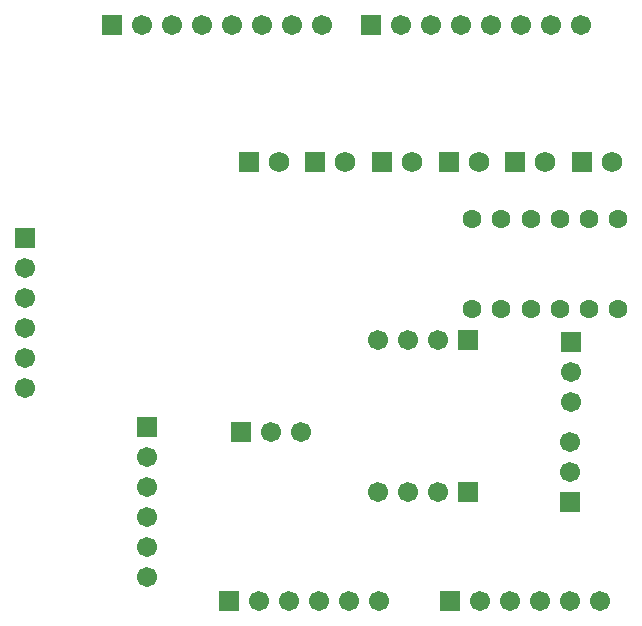
<source format=gts>
G04*
G04 #@! TF.GenerationSoftware,Altium Limited,Altium Designer,19.1.6 (110)*
G04*
G04 Layer_Color=8388736*
%FSLAX23Y23*%
%MOIN*%
G70*
G01*
G75*
%ADD12C,0.068*%
%ADD13R,0.068X0.068*%
%ADD14R,0.067X0.067*%
%ADD15C,0.067*%
%ADD16R,0.067X0.067*%
%ADD17C,0.063*%
D12*
X3775Y4330D02*
D03*
X3553D02*
D03*
X3331D02*
D03*
X3109D02*
D03*
X2887D02*
D03*
X2665D02*
D03*
D13*
X3675D02*
D03*
X3453D02*
D03*
X3231D02*
D03*
X3009D02*
D03*
X2787D02*
D03*
X2565D02*
D03*
D14*
X3295Y3735D02*
D03*
X2540Y3430D02*
D03*
X3235Y2865D02*
D03*
X2500D02*
D03*
X2971Y4785D02*
D03*
X2109D02*
D03*
X3295Y3230D02*
D03*
D15*
X3195Y3735D02*
D03*
X3095D02*
D03*
X2995D02*
D03*
X2740Y3430D02*
D03*
X2640D02*
D03*
X3735Y2865D02*
D03*
X3635D02*
D03*
X3535D02*
D03*
X3435D02*
D03*
X3335D02*
D03*
X3000D02*
D03*
X2900D02*
D03*
X2800D02*
D03*
X2700D02*
D03*
X2600D02*
D03*
X2225Y2945D02*
D03*
Y3045D02*
D03*
Y3145D02*
D03*
Y3245D02*
D03*
Y3345D02*
D03*
X1820Y3575D02*
D03*
Y3675D02*
D03*
Y3775D02*
D03*
Y3875D02*
D03*
Y3975D02*
D03*
X3071Y4785D02*
D03*
X3171D02*
D03*
X3271D02*
D03*
X3371D02*
D03*
X3471D02*
D03*
X3571D02*
D03*
X3671D02*
D03*
X2209D02*
D03*
X2309D02*
D03*
X2409D02*
D03*
X2509D02*
D03*
X2609D02*
D03*
X2709D02*
D03*
X2809D02*
D03*
X3635Y3295D02*
D03*
Y3395D02*
D03*
X2995Y3230D02*
D03*
X3095D02*
D03*
X3195D02*
D03*
X3640Y3630D02*
D03*
Y3530D02*
D03*
D16*
X2225Y3445D02*
D03*
X1820Y4075D02*
D03*
X3635Y3195D02*
D03*
X3640Y3730D02*
D03*
D17*
X3795Y4140D02*
D03*
Y3840D02*
D03*
X3698Y4140D02*
D03*
Y3840D02*
D03*
X3601Y4140D02*
D03*
Y3840D02*
D03*
X3504Y4140D02*
D03*
Y3840D02*
D03*
X3407Y4140D02*
D03*
Y3840D02*
D03*
X3310Y4140D02*
D03*
Y3840D02*
D03*
M02*

</source>
